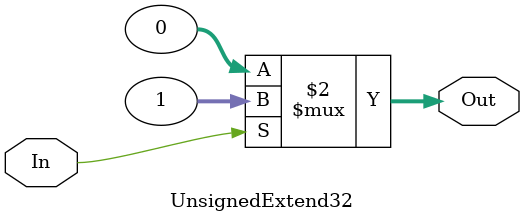
<source format=sv>
module UnsignedExtend32(In, Out);

input In;
output [31:0] Out;

assign Out = (In == 1'd1)? 32'd1:32'd0;

endmodule 
</source>
